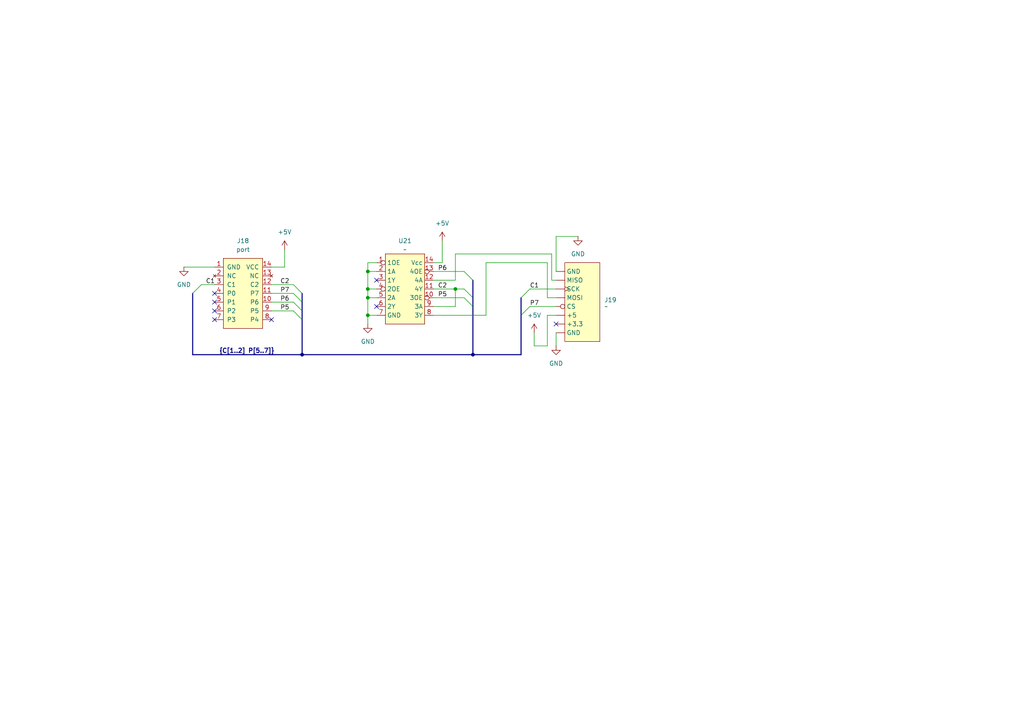
<source format=kicad_sch>
(kicad_sch (version 20250114) (generator "eeschema") (generator_version "9.0")
  (paper "A4")
  (title_block (title "SD card shift register adapter"))
  (lib_symbols
    (symbol "6502:SDconnector"
      (property "Reference" "J" (at -0.508 13.462 0))
      (symbol "SDconnector_1_1"
        (rectangle (start -5.08 11.43) (end 5.08 -11.43) (fill (type background)))
        (pin power_in line (at -7.62 8.89 0) (length 2.54) (name "GND") (number ""))
        (pin output line (at -7.62 6.35 0) (length 2.54) (name "MISO") (number ""))
        (pin input clock (at -7.62 3.81 0) (length 2.54) (name "SCK") (number ""))
        (pin input line (at -7.62 1.27 0) (length 2.54) (name "MOSI") (number ""))
        (pin input inverted (at -7.62 -1.27 0) (length 2.54) (name "CS") (number ""))
        (pin power_in line (at -7.62 -3.81 0) (length 2.54) (name "+5") (number ""))
        (pin power_in line (at -7.62 -6.35 0) (length 2.54) (name "+3.3") (number ""))
        (pin power_in line (at -7.62 -8.89 0) (length 2.54) (name "GND") (number ""))
      )
    )
    (symbol "6502:SN74HCT125"
      (property "Reference" "U" (at -1.27 11.43 0))
      (symbol "SN74HCT125_0_1"
        (rectangle (start -6.35 10.16) (end 5.08 -10.16) (fill (type background)))
      )
      (symbol "SN74HCT125_1_1"
        (pin input inverted (at -8.89 7.62 0) (length 2.54) (name "1OE") (number "1"))
        (pin input line (at -8.89 5.08 0) (length 2.54) (name "1A") (number "2"))
        (pin tri_state line (at -8.89 2.54 0) (length 2.54) (name "1Y") (number "3"))
        (pin input inverted (at -8.89 0 0) (length 2.54) (name "2OE") (number "4"))
        (pin input line (at -8.89 -2.54 0) (length 2.54) (name "2A") (number "5"))
        (pin tri_state line (at -8.89 -5.08 0) (length 2.54) (name "2Y") (number "6"))
        (pin power_in line (at -8.89 -7.62 0) (length 2.54) (name "GND") (number "7"))
        (pin power_in line (at 7.62 7.62 180) (length 2.54) (name "Vcc") (number "14"))
        (pin input inverted (at 7.62 5.08 180) (length 2.54) (name "4OE") (number "13"))
        (pin input line (at 7.62 2.54 180) (length 2.54) (name "4A") (number "12"))
        (pin tri_state line (at 7.62 0 180) (length 2.54) (name "4Y") (number "11"))
        (pin input inverted (at 7.62 -2.54 180) (length 2.54) (name "3OE") (number "10"))
        (pin input line (at 7.62 -5.08 180) (length 2.54) (name "3A") (number "9"))
        (pin tri_state line (at 7.62 -7.62 180) (length 2.54) (name "3Y") (number "8"))
      )
    )
    (symbol "6502:port" (pin_names (offset 1.016))
      (property "Reference" "J" (at 1.27 11.43 0))
      (property "Value" "port" (at -3.81 11.43 0))
      (symbol "port_0_1"
        (rectangle (start -6.35 10.16) (end 5.08 -10.16) (fill (type background)))
      )
      (symbol "port_1_1"
        (pin power_in line (at -8.89 7.62 0) (length 2.54) (name "GND") (number "1"))
        (pin no_connect line (at -8.89 5.08 0) (length 2.54) (name "NC") (number "2"))
        (pin passive line (at -8.89 2.54 0) (length 2.54) (name "C1") (number "3"))
        (pin passive line (at -8.89 0 0) (length 2.54) (name "P0") (number "4"))
        (pin passive line (at -8.89 -2.54 0) (length 2.54) (name "P1") (number "5"))
        (pin passive line (at -8.89 -5.08 0) (length 2.54) (name "P2") (number "6"))
        (pin passive line (at -8.89 -7.62 0) (length 2.54) (name "P3") (number "7"))
        (pin power_in line (at 7.62 7.62 180) (length 2.54) (name "VCC") (number "14"))
        (pin no_connect line (at 7.62 5.08 180) (length 2.54) (name "NC") (number "13"))
        (pin passive line (at 7.62 2.54 180) (length 2.54) (name "C2") (number "12"))
        (pin passive line (at 7.62 0 180) (length 2.54) (name "P7") (number "11"))
        (pin passive line (at 7.62 -2.54 180) (length 2.54) (name "P6") (number "10"))
        (pin passive line (at 7.62 -5.08 180) (length 2.54) (name "P5") (number "9"))
        (pin passive line (at 7.62 -7.62 180) (length 2.54) (name "P4") (number "8"))
      )
    )
    (symbol "power:+5V" (power) (pin_numbers (hide yes)) (pin_names (offset 0) (hide yes))
      (property "Value" "+5V" (at 0 3.556 0))
      (symbol "+5V_0_1"
        (polyline (pts (xy -0.762 1.27) (xy 0 2.54)))
        (polyline (pts (xy 0 2.54) (xy 0.762 1.27)))
        (polyline (pts (xy 0 0) (xy 0 2.54)))
      )
      (symbol "+5V_1_1"
        (pin power_in line (at 0 0 90) (length 0) (name "~") (number "1"))
      )
    )
    (symbol "power:GND" (power) (pin_numbers (hide yes)) (pin_names (offset 0) (hide yes))
      (property "Value" "GND" (at 0 -3.81 0))
      (symbol "GND_0_1"
        (polyline (pts (xy 0 0) (xy 0 -1.27) (xy 1.27 -1.27) (xy 0 -2.54) (xy -1.27 -1.27) (xy 0 -1.27)))
      )
      (symbol "GND_1_1"
        (pin power_in line (at 0 0 270) (length 0) (name "~") (number "1"))
      )
    )
  )
  (junction (at 106.68 83.82))
  (junction (at 87.63 102.87))
  (junction (at 137.16 102.87))
  (junction (at 106.68 91.44))
  (junction (at 106.68 78.74))
  (junction (at 132.08 83.82))
  (junction (at 106.68 86.36))
  (no_connect (at 62.23 85.09))
  (no_connect (at 78.74 92.71))
  (no_connect (at 109.22 81.28))
  (no_connect (at 161.29 93.98))
  (no_connect (at 109.22 88.9))
  (no_connect (at 62.23 90.17))
  (no_connect (at 62.23 87.63))
  (no_connect (at 62.23 92.71))
  (bus_entry (at 134.62 83.82) (size 2.54 2.54))
  (bus_entry (at 151.13 86.36) (size 2.54 -2.54))
  (bus_entry (at 134.62 78.74) (size 2.54 2.54))
  (bus_entry (at 85.09 90.17) (size 2.54 2.54))
  (bus_entry (at 134.62 86.36) (size 2.54 2.54))
  (bus_entry (at 85.09 87.63) (size 2.54 2.54))
  (bus_entry (at 85.09 85.09) (size 2.54 2.54))
  (bus_entry (at 55.88 85.09) (size 2.54 -2.54))
  (bus_entry (at 151.13 91.44) (size 2.54 -2.54))
  (bus_entry (at 85.09 82.55) (size 2.54 2.54))
  (bus (pts (xy 151.13 86.36) (xy 151.13 91.44)))
  (wire (pts (xy 140.97 91.44) (xy 140.97 76.2)))
  (bus (pts (xy 137.16 102.87) (xy 151.13 102.87)))
  (wire (pts (xy 125.73 83.82) (xy 132.08 83.82)))
  (wire (pts (xy 106.68 86.36) (xy 109.22 86.36)))
  (wire (pts (xy 106.68 78.74) (xy 106.68 83.82)))
  (bus (pts (xy 87.63 102.87) (xy 55.88 102.87)))
  (wire (pts (xy 125.73 88.9) (xy 132.08 88.9)))
  (wire (pts (xy 53.34 77.47) (xy 62.23 77.47)))
  (wire (pts (xy 106.68 91.44) (xy 109.22 91.44)))
  (wire (pts (xy 78.74 85.09) (xy 85.09 85.09)))
  (bus (pts (xy 137.16 81.28) (xy 137.16 86.36)))
  (bus (pts (xy 87.63 92.71) (xy 87.63 102.87)))
  (wire (pts (xy 158.75 100.33) (xy 158.75 91.44)))
  (wire (pts (xy 132.08 83.82) (xy 134.62 83.82)))
  (bus (pts (xy 55.88 85.09) (xy 55.88 102.87)))
  (wire (pts (xy 154.94 96.52) (xy 154.94 100.33)))
  (wire (pts (xy 109.22 76.2) (xy 106.68 76.2)))
  (wire (pts (xy 58.42 82.55) (xy 62.23 82.55)))
  (wire (pts (xy 78.74 82.55) (xy 85.09 82.55)))
  (wire (pts (xy 125.73 91.44) (xy 140.97 91.44)))
  (wire (pts (xy 106.68 78.74) (xy 109.22 78.74)))
  (wire (pts (xy 78.74 90.17) (xy 85.09 90.17)))
  (wire (pts (xy 78.74 87.63) (xy 85.09 87.63)))
  (wire (pts (xy 125.73 86.36) (xy 134.62 86.36)))
  (wire (pts (xy 106.68 93.98) (xy 106.68 91.44)))
  (wire (pts (xy 160.02 81.28) (xy 161.29 81.28)))
  (wire (pts (xy 154.94 100.33) (xy 158.75 100.33)))
  (wire (pts (xy 106.68 83.82) (xy 106.68 86.36)))
  (bus (pts (xy 151.13 91.44) (xy 151.13 102.87)))
  (wire (pts (xy 153.67 83.82) (xy 161.29 83.82)))
  (wire (pts (xy 158.75 86.36) (xy 161.29 86.36)))
  (wire (pts (xy 106.68 83.82) (xy 109.22 83.82)))
  (wire (pts (xy 160.02 73.66) (xy 160.02 81.28)))
  (bus (pts (xy 87.63 87.63) (xy 87.63 90.17)))
  (bus (pts (xy 137.16 86.36) (xy 137.16 88.9)))
  (wire (pts (xy 132.08 81.28) (xy 132.08 73.66)))
  (wire (pts (xy 161.29 96.52) (xy 161.29 100.33)))
  (bus (pts (xy 137.16 88.9) (xy 137.16 102.87)))
  (wire (pts (xy 125.73 78.74) (xy 134.62 78.74)))
  (wire (pts (xy 132.08 73.66) (xy 160.02 73.66)))
  (bus (pts (xy 87.63 102.87) (xy 137.16 102.87)))
  (wire (pts (xy 128.27 76.2) (xy 128.27 69.85)))
  (wire (pts (xy 125.73 81.28) (xy 132.08 81.28)))
  (wire (pts (xy 161.29 68.58) (xy 167.64 68.58)))
  (wire (pts (xy 132.08 83.82) (xy 132.08 88.9)))
  (wire (pts (xy 153.67 88.9) (xy 161.29 88.9)))
  (wire (pts (xy 158.75 91.44) (xy 161.29 91.44)))
  (wire (pts (xy 140.97 76.2) (xy 158.75 76.2)))
  (wire (pts (xy 106.68 86.36) (xy 106.68 91.44)))
  (wire (pts (xy 82.55 72.39) (xy 82.55 77.47)))
  (wire (pts (xy 125.73 76.2) (xy 128.27 76.2)))
  (wire (pts (xy 82.55 77.47) (xy 78.74 77.47)))
  (bus (pts (xy 87.63 90.17) (xy 87.63 92.71)))
  (wire (pts (xy 161.29 78.74) (xy 161.29 68.58)))
  (wire (pts (xy 158.75 76.2) (xy 158.75 86.36)))
  (wire (pts (xy 106.68 76.2) (xy 106.68 78.74)))
  (bus (pts (xy 87.63 85.09) (xy 87.63 87.63)))
  (label "P6" (at 127 78.74 0))
  (label "P5" (at 127 86.36 0))
  (label "P5" (at 81.28 90.17 0))
  (label "C2" (at 127 83.82 0))
  (label "P7" (at 153.67 88.9 0))
  (label "P7" (at 81.28 85.09 0))
  (label "P6" (at 81.28 87.63 0))
  (label "C1" (at 153.67 83.82 0))
  (label "C1" (at 59.69 82.55 0))
  (label "C2" (at 81.28 82.55 0))
  (label "{C[1..2] P[5..7]}" (at 63.5 102.87 0) (effects (font (bold yes))))
  (symbol (lib_id "6502:SDconnector") (at 168.91 87.63 0) (unit 1)
    (property "Reference" "J19" (at 175.26 86.9949 0) (effects (justify left)))
    (property "Value" "~" (at 175.26 88.9 0) (effects (justify left)))
  )
  (symbol (lib_id "power:+5V") (at 128.27 69.85 0) (unit 1)
    (property "Reference" "#PWR091" (effects (hide yes)))
    (property "Value" "+5V" (at 128.27 64.77 0))
    (property "Description" "Power symbol creates a global label with name \"+5V\"" (effects (hide yes)))
  )
  (symbol (lib_id "power:GND") (at 106.68 93.98 0) (unit 1)
    (property "Reference" "#PWR092" (effects (hide yes)))
    (property "Value" "GND" (at 106.68 99.06 0))
    (property "Description" "Power symbol creates a global label with name \"GND\" , ground" (effects (hide yes)))
  )
  (symbol (lib_id "power:GND") (at 161.29 100.33 0) (unit 1)
    (property "Reference" "#PWR094" (effects (hide yes)))
    (property "Value" "GND" (at 161.29 105.41 0))
    (property "Description" "Power symbol creates a global label with name \"GND\" , ground" (effects (hide yes)))
  )
  (symbol (lib_id "6502:port") (at 71.12 85.09 0) (unit 1)
    (property "Reference" "J18" (at 70.485 69.85 0))
    (property "Value" "port" (at 70.485 72.39 0))
  )
  (symbol (lib_id "power:GND") (at 53.34 77.47 0) (unit 1)
    (property "Reference" "#PWR089" (effects (hide yes)))
    (property "Value" "GND" (at 53.34 82.55 0))
    (property "Description" "Power symbol creates a global label with name \"GND\" , ground" (effects (hide yes)))
  )
  (symbol (lib_id "power:GND") (at 167.64 68.58 0) (unit 1)
    (property "Reference" "#PWR095" (effects (hide yes)))
    (property "Value" "GND" (at 167.64 73.66 0))
    (property "Description" "Power symbol creates a global label with name \"GND\" , ground" (effects (hide yes)))
  )
  (symbol (lib_id "power:+5V") (at 154.94 96.52 0) (unit 1)
    (property "Reference" "#PWR093" (effects (hide yes)))
    (property "Value" "+5V" (at 154.94 91.44 0))
    (property "Description" "Power symbol creates a global label with name \"+5V\"" (effects (hide yes)))
  )
  (symbol (lib_id "power:+5V") (at 82.55 72.39 0) (unit 1)
    (property "Reference" "#PWR090" (effects (hide yes)))
    (property "Value" "+5V" (at 82.55 67.31 0))
    (property "Description" "Power symbol creates a global label with name \"+5V\"" (effects (hide yes)))
  )
  (symbol (lib_id "6502:SN74HCT125") (at 118.11 83.82 0) (unit 1)
    (property "Reference" "U21" (at 117.475 69.85 0))
    (property "Value" "~" (at 117.475 72.39 0))
  )
)
</source>
